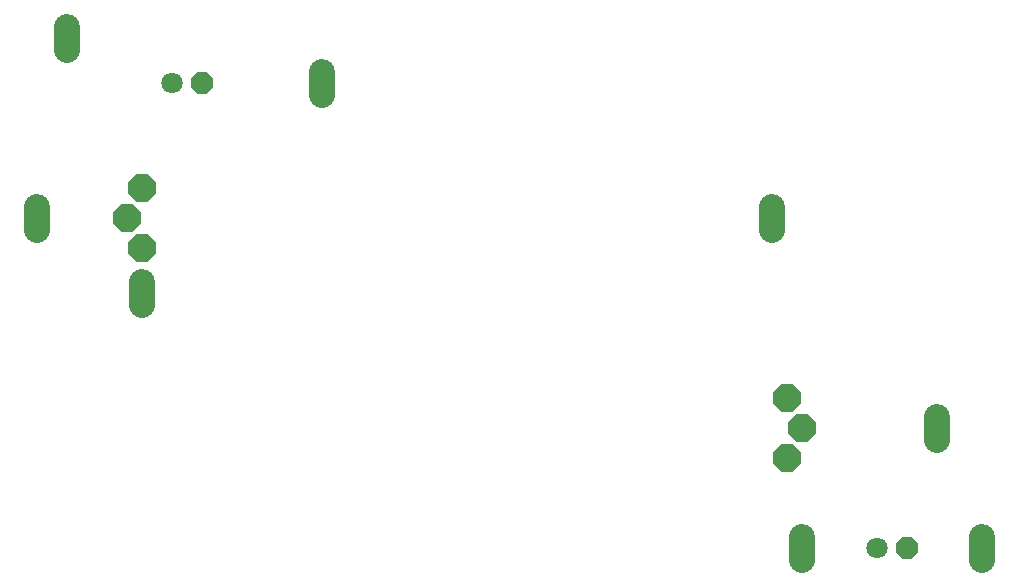
<source format=gbr>
G04 EAGLE Gerber RS-274X export*
G75*
%MOMM*%
%FSLAX34Y34*%
%LPD*%
%INSoldermask Bottom*%
%IPPOS*%
%AMOC8*
5,1,8,0,0,1.08239X$1,22.5*%
G01*
%ADD10P,1.951982X8X22.500000*%
%ADD11C,1.803400*%
%ADD12C,2.184400*%
%ADD13P,2.556822X8X22.500000*%


D10*
X342900Y660400D03*
D11*
X317500Y660400D03*
D10*
X939800Y266700D03*
D11*
X914400Y266700D03*
D12*
X228600Y688594D02*
X228600Y708406D01*
X825500Y556006D02*
X825500Y536194D01*
X1003300Y276606D02*
X1003300Y256794D01*
D13*
X838200Y342900D03*
X850900Y368300D03*
X838200Y393700D03*
D12*
X203200Y536194D02*
X203200Y556006D01*
X292100Y492506D02*
X292100Y472694D01*
X444500Y650494D02*
X444500Y670306D01*
D13*
X292100Y571500D03*
X279400Y546100D03*
X292100Y520700D03*
D12*
X850900Y276606D02*
X850900Y256794D01*
X965200Y358394D02*
X965200Y378206D01*
M02*

</source>
